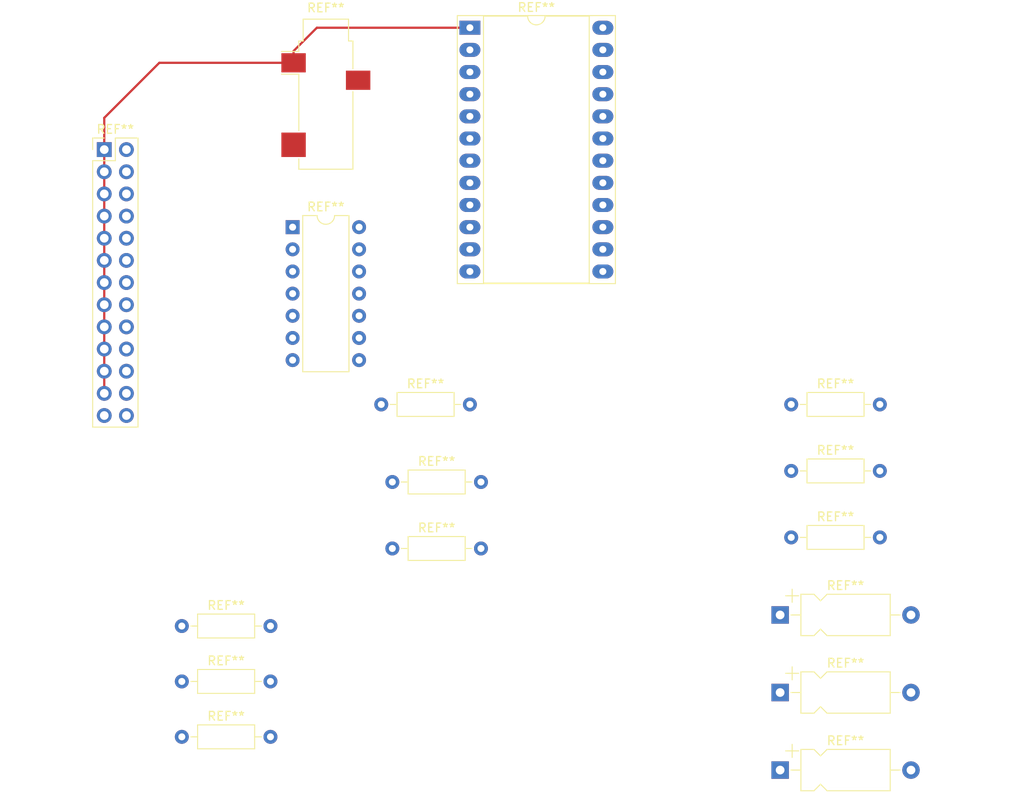
<source format=kicad_pcb>
(kicad_pcb (version 20171130) (host pcbnew "(5.1.0)-1")

  (general
    (thickness 1.6)
    (drawings 0)
    (tracks 9)
    (zones 0)
    (modules 16)
    (nets 1)
  )

  (page A4)
  (layers
    (0 F.Cu signal)
    (31 B.Cu signal)
    (32 B.Adhes user)
    (33 F.Adhes user)
    (34 B.Paste user)
    (35 F.Paste user)
    (36 B.SilkS user)
    (37 F.SilkS user)
    (38 B.Mask user)
    (39 F.Mask user)
    (40 Dwgs.User user)
    (41 Cmts.User user)
    (42 Eco1.User user)
    (43 Eco2.User user)
    (44 Edge.Cuts user)
    (45 Margin user)
    (46 B.CrtYd user)
    (47 F.CrtYd user)
    (48 B.Fab user)
    (49 F.Fab user)
  )

  (setup
    (last_trace_width 0.25)
    (trace_clearance 0.2)
    (zone_clearance 0.508)
    (zone_45_only no)
    (trace_min 0.2)
    (via_size 0.8)
    (via_drill 0.4)
    (via_min_size 0.4)
    (via_min_drill 0.3)
    (uvia_size 0.3)
    (uvia_drill 0.1)
    (uvias_allowed no)
    (uvia_min_size 0.2)
    (uvia_min_drill 0.1)
    (edge_width 0.05)
    (segment_width 0.2)
    (pcb_text_width 0.3)
    (pcb_text_size 1.5 1.5)
    (mod_edge_width 0.12)
    (mod_text_size 1 1)
    (mod_text_width 0.15)
    (pad_size 1.524 1.524)
    (pad_drill 0.762)
    (pad_to_mask_clearance 0.051)
    (solder_mask_min_width 0.25)
    (aux_axis_origin 0 0)
    (visible_elements FFFFFF7F)
    (pcbplotparams
      (layerselection 0x010fc_ffffffff)
      (usegerberextensions false)
      (usegerberattributes false)
      (usegerberadvancedattributes false)
      (creategerberjobfile false)
      (excludeedgelayer true)
      (linewidth 0.100000)
      (plotframeref false)
      (viasonmask false)
      (mode 1)
      (useauxorigin false)
      (hpglpennumber 1)
      (hpglpenspeed 20)
      (hpglpendiameter 15.000000)
      (psnegative false)
      (psa4output false)
      (plotreference true)
      (plotvalue true)
      (plotinvisibletext false)
      (padsonsilk false)
      (subtractmaskfromsilk false)
      (outputformat 1)
      (mirror false)
      (drillshape 1)
      (scaleselection 1)
      (outputdirectory ""))
  )

  (net 0 "")

  (net_class Default "Ceci est la Netclass par défaut."
    (clearance 0.2)
    (trace_width 0.25)
    (via_dia 0.8)
    (via_drill 0.4)
    (uvia_dia 0.3)
    (uvia_drill 0.1)
  )

  (module Capacitor_THT:CP_Axial_L10.0mm_D4.5mm_P15.00mm_Horizontal (layer F.Cu) (tedit 5AE50EF2) (tstamp 5CBA3C4E)
    (at 113.03 120.65)
    (descr "CP, Axial series, Axial, Horizontal, pin pitch=15mm, , length*diameter=10*4.5mm^2, Electrolytic Capacitor, , http://www.vishay.com/docs/28325/021asm.pdf")
    (tags "CP Axial series Axial Horizontal pin pitch 15mm  length 10mm diameter 4.5mm Electrolytic Capacitor")
    (fp_text reference REF** (at 7.5 -3.37) (layer F.SilkS)
      (effects (font (size 1 1) (thickness 0.15)))
    )
    (fp_text value CP_Axial_L10.0mm_D4.5mm_P15.00mm_Horizontal (at 7.5 3.37) (layer F.Fab)
      (effects (font (size 1 1) (thickness 0.15)))
    )
    (fp_text user %R (at 7.5 0) (layer F.Fab)
      (effects (font (size 1 1) (thickness 0.15)))
    )
    (fp_line (start 16.25 -2.5) (end -1.25 -2.5) (layer F.CrtYd) (width 0.05))
    (fp_line (start 16.25 2.5) (end 16.25 -2.5) (layer F.CrtYd) (width 0.05))
    (fp_line (start -1.25 2.5) (end 16.25 2.5) (layer F.CrtYd) (width 0.05))
    (fp_line (start -1.25 -2.5) (end -1.25 2.5) (layer F.CrtYd) (width 0.05))
    (fp_line (start 13.76 0) (end 12.62 0) (layer F.SilkS) (width 0.12))
    (fp_line (start 1.24 0) (end 2.38 0) (layer F.SilkS) (width 0.12))
    (fp_line (start 5.38 2.37) (end 12.62 2.37) (layer F.SilkS) (width 0.12))
    (fp_line (start 4.63 1.62) (end 5.38 2.37) (layer F.SilkS) (width 0.12))
    (fp_line (start 3.88 2.37) (end 4.63 1.62) (layer F.SilkS) (width 0.12))
    (fp_line (start 2.38 2.37) (end 3.88 2.37) (layer F.SilkS) (width 0.12))
    (fp_line (start 5.38 -2.37) (end 12.62 -2.37) (layer F.SilkS) (width 0.12))
    (fp_line (start 4.63 -1.62) (end 5.38 -2.37) (layer F.SilkS) (width 0.12))
    (fp_line (start 3.88 -2.37) (end 4.63 -1.62) (layer F.SilkS) (width 0.12))
    (fp_line (start 2.38 -2.37) (end 3.88 -2.37) (layer F.SilkS) (width 0.12))
    (fp_line (start 12.62 -2.37) (end 12.62 2.37) (layer F.SilkS) (width 0.12))
    (fp_line (start 2.38 -2.37) (end 2.38 2.37) (layer F.SilkS) (width 0.12))
    (fp_line (start 1.38 -2.95) (end 1.38 -1.45) (layer F.SilkS) (width 0.12))
    (fp_line (start 0.63 -2.2) (end 2.13 -2.2) (layer F.SilkS) (width 0.12))
    (fp_line (start 4.65 -0.75) (end 4.65 0.75) (layer F.Fab) (width 0.1))
    (fp_line (start 3.9 0) (end 5.4 0) (layer F.Fab) (width 0.1))
    (fp_line (start 15 0) (end 12.5 0) (layer F.Fab) (width 0.1))
    (fp_line (start 0 0) (end 2.5 0) (layer F.Fab) (width 0.1))
    (fp_line (start 5.38 2.25) (end 12.5 2.25) (layer F.Fab) (width 0.1))
    (fp_line (start 4.63 1.5) (end 5.38 2.25) (layer F.Fab) (width 0.1))
    (fp_line (start 3.88 2.25) (end 4.63 1.5) (layer F.Fab) (width 0.1))
    (fp_line (start 2.5 2.25) (end 3.88 2.25) (layer F.Fab) (width 0.1))
    (fp_line (start 5.38 -2.25) (end 12.5 -2.25) (layer F.Fab) (width 0.1))
    (fp_line (start 4.63 -1.5) (end 5.38 -2.25) (layer F.Fab) (width 0.1))
    (fp_line (start 3.88 -2.25) (end 4.63 -1.5) (layer F.Fab) (width 0.1))
    (fp_line (start 2.5 -2.25) (end 3.88 -2.25) (layer F.Fab) (width 0.1))
    (fp_line (start 12.5 -2.25) (end 12.5 2.25) (layer F.Fab) (width 0.1))
    (fp_line (start 2.5 -2.25) (end 2.5 2.25) (layer F.Fab) (width 0.1))
    (pad 2 thru_hole oval (at 15 0) (size 2 2) (drill 1) (layers *.Cu *.Mask))
    (pad 1 thru_hole rect (at 0 0) (size 2 2) (drill 1) (layers *.Cu *.Mask))
    (model ${KISYS3DMOD}/Capacitor_THT.3dshapes/CP_Axial_L10.0mm_D4.5mm_P15.00mm_Horizontal.wrl
      (at (xyz 0 0 0))
      (scale (xyz 1 1 1))
      (rotate (xyz 0 0 0))
    )
  )

  (module Capacitor_THT:CP_Axial_L10.0mm_D4.5mm_P15.00mm_Horizontal (layer F.Cu) (tedit 5AE50EF2) (tstamp 5CBA3B8F)
    (at 113.03 111.76)
    (descr "CP, Axial series, Axial, Horizontal, pin pitch=15mm, , length*diameter=10*4.5mm^2, Electrolytic Capacitor, , http://www.vishay.com/docs/28325/021asm.pdf")
    (tags "CP Axial series Axial Horizontal pin pitch 15mm  length 10mm diameter 4.5mm Electrolytic Capacitor")
    (fp_text reference REF** (at 7.5 -3.37) (layer F.SilkS)
      (effects (font (size 1 1) (thickness 0.15)))
    )
    (fp_text value CP_Axial_L10.0mm_D4.5mm_P15.00mm_Horizontal (at 7.5 3.37) (layer F.Fab)
      (effects (font (size 1 1) (thickness 0.15)))
    )
    (fp_text user %R (at 7.5 0) (layer F.Fab)
      (effects (font (size 1 1) (thickness 0.15)))
    )
    (fp_line (start 16.25 -2.5) (end -1.25 -2.5) (layer F.CrtYd) (width 0.05))
    (fp_line (start 16.25 2.5) (end 16.25 -2.5) (layer F.CrtYd) (width 0.05))
    (fp_line (start -1.25 2.5) (end 16.25 2.5) (layer F.CrtYd) (width 0.05))
    (fp_line (start -1.25 -2.5) (end -1.25 2.5) (layer F.CrtYd) (width 0.05))
    (fp_line (start 13.76 0) (end 12.62 0) (layer F.SilkS) (width 0.12))
    (fp_line (start 1.24 0) (end 2.38 0) (layer F.SilkS) (width 0.12))
    (fp_line (start 5.38 2.37) (end 12.62 2.37) (layer F.SilkS) (width 0.12))
    (fp_line (start 4.63 1.62) (end 5.38 2.37) (layer F.SilkS) (width 0.12))
    (fp_line (start 3.88 2.37) (end 4.63 1.62) (layer F.SilkS) (width 0.12))
    (fp_line (start 2.38 2.37) (end 3.88 2.37) (layer F.SilkS) (width 0.12))
    (fp_line (start 5.38 -2.37) (end 12.62 -2.37) (layer F.SilkS) (width 0.12))
    (fp_line (start 4.63 -1.62) (end 5.38 -2.37) (layer F.SilkS) (width 0.12))
    (fp_line (start 3.88 -2.37) (end 4.63 -1.62) (layer F.SilkS) (width 0.12))
    (fp_line (start 2.38 -2.37) (end 3.88 -2.37) (layer F.SilkS) (width 0.12))
    (fp_line (start 12.62 -2.37) (end 12.62 2.37) (layer F.SilkS) (width 0.12))
    (fp_line (start 2.38 -2.37) (end 2.38 2.37) (layer F.SilkS) (width 0.12))
    (fp_line (start 1.38 -2.95) (end 1.38 -1.45) (layer F.SilkS) (width 0.12))
    (fp_line (start 0.63 -2.2) (end 2.13 -2.2) (layer F.SilkS) (width 0.12))
    (fp_line (start 4.65 -0.75) (end 4.65 0.75) (layer F.Fab) (width 0.1))
    (fp_line (start 3.9 0) (end 5.4 0) (layer F.Fab) (width 0.1))
    (fp_line (start 15 0) (end 12.5 0) (layer F.Fab) (width 0.1))
    (fp_line (start 0 0) (end 2.5 0) (layer F.Fab) (width 0.1))
    (fp_line (start 5.38 2.25) (end 12.5 2.25) (layer F.Fab) (width 0.1))
    (fp_line (start 4.63 1.5) (end 5.38 2.25) (layer F.Fab) (width 0.1))
    (fp_line (start 3.88 2.25) (end 4.63 1.5) (layer F.Fab) (width 0.1))
    (fp_line (start 2.5 2.25) (end 3.88 2.25) (layer F.Fab) (width 0.1))
    (fp_line (start 5.38 -2.25) (end 12.5 -2.25) (layer F.Fab) (width 0.1))
    (fp_line (start 4.63 -1.5) (end 5.38 -2.25) (layer F.Fab) (width 0.1))
    (fp_line (start 3.88 -2.25) (end 4.63 -1.5) (layer F.Fab) (width 0.1))
    (fp_line (start 2.5 -2.25) (end 3.88 -2.25) (layer F.Fab) (width 0.1))
    (fp_line (start 12.5 -2.25) (end 12.5 2.25) (layer F.Fab) (width 0.1))
    (fp_line (start 2.5 -2.25) (end 2.5 2.25) (layer F.Fab) (width 0.1))
    (pad 2 thru_hole oval (at 15 0) (size 2 2) (drill 1) (layers *.Cu *.Mask))
    (pad 1 thru_hole rect (at 0 0) (size 2 2) (drill 1) (layers *.Cu *.Mask))
    (model ${KISYS3DMOD}/Capacitor_THT.3dshapes/CP_Axial_L10.0mm_D4.5mm_P15.00mm_Horizontal.wrl
      (at (xyz 0 0 0))
      (scale (xyz 1 1 1))
      (rotate (xyz 0 0 0))
    )
  )

  (module Capacitor_THT:CP_Axial_L10.0mm_D4.5mm_P15.00mm_Horizontal (layer F.Cu) (tedit 5AE50EF2) (tstamp 5CBA3AD0)
    (at 113.03 102.87)
    (descr "CP, Axial series, Axial, Horizontal, pin pitch=15mm, , length*diameter=10*4.5mm^2, Electrolytic Capacitor, , http://www.vishay.com/docs/28325/021asm.pdf")
    (tags "CP Axial series Axial Horizontal pin pitch 15mm  length 10mm diameter 4.5mm Electrolytic Capacitor")
    (fp_text reference REF** (at 7.5 -3.37) (layer F.SilkS)
      (effects (font (size 1 1) (thickness 0.15)))
    )
    (fp_text value CP_Axial_L10.0mm_D4.5mm_P15.00mm_Horizontal (at 7.5 3.37) (layer F.Fab)
      (effects (font (size 1 1) (thickness 0.15)))
    )
    (fp_text user %R (at 7.5 0) (layer F.Fab)
      (effects (font (size 1 1) (thickness 0.15)))
    )
    (fp_line (start 16.25 -2.5) (end -1.25 -2.5) (layer F.CrtYd) (width 0.05))
    (fp_line (start 16.25 2.5) (end 16.25 -2.5) (layer F.CrtYd) (width 0.05))
    (fp_line (start -1.25 2.5) (end 16.25 2.5) (layer F.CrtYd) (width 0.05))
    (fp_line (start -1.25 -2.5) (end -1.25 2.5) (layer F.CrtYd) (width 0.05))
    (fp_line (start 13.76 0) (end 12.62 0) (layer F.SilkS) (width 0.12))
    (fp_line (start 1.24 0) (end 2.38 0) (layer F.SilkS) (width 0.12))
    (fp_line (start 5.38 2.37) (end 12.62 2.37) (layer F.SilkS) (width 0.12))
    (fp_line (start 4.63 1.62) (end 5.38 2.37) (layer F.SilkS) (width 0.12))
    (fp_line (start 3.88 2.37) (end 4.63 1.62) (layer F.SilkS) (width 0.12))
    (fp_line (start 2.38 2.37) (end 3.88 2.37) (layer F.SilkS) (width 0.12))
    (fp_line (start 5.38 -2.37) (end 12.62 -2.37) (layer F.SilkS) (width 0.12))
    (fp_line (start 4.63 -1.62) (end 5.38 -2.37) (layer F.SilkS) (width 0.12))
    (fp_line (start 3.88 -2.37) (end 4.63 -1.62) (layer F.SilkS) (width 0.12))
    (fp_line (start 2.38 -2.37) (end 3.88 -2.37) (layer F.SilkS) (width 0.12))
    (fp_line (start 12.62 -2.37) (end 12.62 2.37) (layer F.SilkS) (width 0.12))
    (fp_line (start 2.38 -2.37) (end 2.38 2.37) (layer F.SilkS) (width 0.12))
    (fp_line (start 1.38 -2.95) (end 1.38 -1.45) (layer F.SilkS) (width 0.12))
    (fp_line (start 0.63 -2.2) (end 2.13 -2.2) (layer F.SilkS) (width 0.12))
    (fp_line (start 4.65 -0.75) (end 4.65 0.75) (layer F.Fab) (width 0.1))
    (fp_line (start 3.9 0) (end 5.4 0) (layer F.Fab) (width 0.1))
    (fp_line (start 15 0) (end 12.5 0) (layer F.Fab) (width 0.1))
    (fp_line (start 0 0) (end 2.5 0) (layer F.Fab) (width 0.1))
    (fp_line (start 5.38 2.25) (end 12.5 2.25) (layer F.Fab) (width 0.1))
    (fp_line (start 4.63 1.5) (end 5.38 2.25) (layer F.Fab) (width 0.1))
    (fp_line (start 3.88 2.25) (end 4.63 1.5) (layer F.Fab) (width 0.1))
    (fp_line (start 2.5 2.25) (end 3.88 2.25) (layer F.Fab) (width 0.1))
    (fp_line (start 5.38 -2.25) (end 12.5 -2.25) (layer F.Fab) (width 0.1))
    (fp_line (start 4.63 -1.5) (end 5.38 -2.25) (layer F.Fab) (width 0.1))
    (fp_line (start 3.88 -2.25) (end 4.63 -1.5) (layer F.Fab) (width 0.1))
    (fp_line (start 2.5 -2.25) (end 3.88 -2.25) (layer F.Fab) (width 0.1))
    (fp_line (start 12.5 -2.25) (end 12.5 2.25) (layer F.Fab) (width 0.1))
    (fp_line (start 2.5 -2.25) (end 2.5 2.25) (layer F.Fab) (width 0.1))
    (pad 2 thru_hole oval (at 15 0) (size 2 2) (drill 1) (layers *.Cu *.Mask))
    (pad 1 thru_hole rect (at 0 0) (size 2 2) (drill 1) (layers *.Cu *.Mask))
    (model ${KISYS3DMOD}/Capacitor_THT.3dshapes/CP_Axial_L10.0mm_D4.5mm_P15.00mm_Horizontal.wrl
      (at (xyz 0 0 0))
      (scale (xyz 1 1 1))
      (rotate (xyz 0 0 0))
    )
  )

  (module Resistor_THT:R_Axial_DIN0207_L6.3mm_D2.5mm_P10.16mm_Horizontal (layer F.Cu) (tedit 5AE5139B) (tstamp 5CBA362E)
    (at 114.3 93.98)
    (descr "Resistor, Axial_DIN0207 series, Axial, Horizontal, pin pitch=10.16mm, 0.25W = 1/4W, length*diameter=6.3*2.5mm^2, http://cdn-reichelt.de/documents/datenblatt/B400/1_4W%23YAG.pdf")
    (tags "Resistor Axial_DIN0207 series Axial Horizontal pin pitch 10.16mm 0.25W = 1/4W length 6.3mm diameter 2.5mm")
    (fp_text reference REF** (at 5.08 -2.37) (layer F.SilkS)
      (effects (font (size 1 1) (thickness 0.15)))
    )
    (fp_text value R_Axial_DIN0207_L6.3mm_D2.5mm_P10.16mm_Horizontal (at 5.08 2.37) (layer F.Fab)
      (effects (font (size 1 1) (thickness 0.15)))
    )
    (fp_text user %R (at 5.08 0) (layer F.Fab)
      (effects (font (size 1 1) (thickness 0.15)))
    )
    (fp_line (start 11.21 -1.5) (end -1.05 -1.5) (layer F.CrtYd) (width 0.05))
    (fp_line (start 11.21 1.5) (end 11.21 -1.5) (layer F.CrtYd) (width 0.05))
    (fp_line (start -1.05 1.5) (end 11.21 1.5) (layer F.CrtYd) (width 0.05))
    (fp_line (start -1.05 -1.5) (end -1.05 1.5) (layer F.CrtYd) (width 0.05))
    (fp_line (start 9.12 0) (end 8.35 0) (layer F.SilkS) (width 0.12))
    (fp_line (start 1.04 0) (end 1.81 0) (layer F.SilkS) (width 0.12))
    (fp_line (start 8.35 -1.37) (end 1.81 -1.37) (layer F.SilkS) (width 0.12))
    (fp_line (start 8.35 1.37) (end 8.35 -1.37) (layer F.SilkS) (width 0.12))
    (fp_line (start 1.81 1.37) (end 8.35 1.37) (layer F.SilkS) (width 0.12))
    (fp_line (start 1.81 -1.37) (end 1.81 1.37) (layer F.SilkS) (width 0.12))
    (fp_line (start 10.16 0) (end 8.23 0) (layer F.Fab) (width 0.1))
    (fp_line (start 0 0) (end 1.93 0) (layer F.Fab) (width 0.1))
    (fp_line (start 8.23 -1.25) (end 1.93 -1.25) (layer F.Fab) (width 0.1))
    (fp_line (start 8.23 1.25) (end 8.23 -1.25) (layer F.Fab) (width 0.1))
    (fp_line (start 1.93 1.25) (end 8.23 1.25) (layer F.Fab) (width 0.1))
    (fp_line (start 1.93 -1.25) (end 1.93 1.25) (layer F.Fab) (width 0.1))
    (pad 2 thru_hole oval (at 10.16 0) (size 1.6 1.6) (drill 0.8) (layers *.Cu *.Mask))
    (pad 1 thru_hole circle (at 0 0) (size 1.6 1.6) (drill 0.8) (layers *.Cu *.Mask))
    (model ${KISYS3DMOD}/Resistor_THT.3dshapes/R_Axial_DIN0207_L6.3mm_D2.5mm_P10.16mm_Horizontal.wrl
      (at (xyz 0 0 0))
      (scale (xyz 1 1 1))
      (rotate (xyz 0 0 0))
    )
  )

  (module Resistor_THT:R_Axial_DIN0207_L6.3mm_D2.5mm_P10.16mm_Horizontal (layer F.Cu) (tedit 5AE5139B) (tstamp 5CBA35BF)
    (at 114.3 86.36)
    (descr "Resistor, Axial_DIN0207 series, Axial, Horizontal, pin pitch=10.16mm, 0.25W = 1/4W, length*diameter=6.3*2.5mm^2, http://cdn-reichelt.de/documents/datenblatt/B400/1_4W%23YAG.pdf")
    (tags "Resistor Axial_DIN0207 series Axial Horizontal pin pitch 10.16mm 0.25W = 1/4W length 6.3mm diameter 2.5mm")
    (fp_text reference REF** (at 5.08 -2.37) (layer F.SilkS)
      (effects (font (size 1 1) (thickness 0.15)))
    )
    (fp_text value R_Axial_DIN0207_L6.3mm_D2.5mm_P10.16mm_Horizontal (at 5.08 2.37) (layer F.Fab)
      (effects (font (size 1 1) (thickness 0.15)))
    )
    (fp_text user %R (at 5.08 0) (layer F.Fab)
      (effects (font (size 1 1) (thickness 0.15)))
    )
    (fp_line (start 11.21 -1.5) (end -1.05 -1.5) (layer F.CrtYd) (width 0.05))
    (fp_line (start 11.21 1.5) (end 11.21 -1.5) (layer F.CrtYd) (width 0.05))
    (fp_line (start -1.05 1.5) (end 11.21 1.5) (layer F.CrtYd) (width 0.05))
    (fp_line (start -1.05 -1.5) (end -1.05 1.5) (layer F.CrtYd) (width 0.05))
    (fp_line (start 9.12 0) (end 8.35 0) (layer F.SilkS) (width 0.12))
    (fp_line (start 1.04 0) (end 1.81 0) (layer F.SilkS) (width 0.12))
    (fp_line (start 8.35 -1.37) (end 1.81 -1.37) (layer F.SilkS) (width 0.12))
    (fp_line (start 8.35 1.37) (end 8.35 -1.37) (layer F.SilkS) (width 0.12))
    (fp_line (start 1.81 1.37) (end 8.35 1.37) (layer F.SilkS) (width 0.12))
    (fp_line (start 1.81 -1.37) (end 1.81 1.37) (layer F.SilkS) (width 0.12))
    (fp_line (start 10.16 0) (end 8.23 0) (layer F.Fab) (width 0.1))
    (fp_line (start 0 0) (end 1.93 0) (layer F.Fab) (width 0.1))
    (fp_line (start 8.23 -1.25) (end 1.93 -1.25) (layer F.Fab) (width 0.1))
    (fp_line (start 8.23 1.25) (end 8.23 -1.25) (layer F.Fab) (width 0.1))
    (fp_line (start 1.93 1.25) (end 8.23 1.25) (layer F.Fab) (width 0.1))
    (fp_line (start 1.93 -1.25) (end 1.93 1.25) (layer F.Fab) (width 0.1))
    (pad 2 thru_hole oval (at 10.16 0) (size 1.6 1.6) (drill 0.8) (layers *.Cu *.Mask))
    (pad 1 thru_hole circle (at 0 0) (size 1.6 1.6) (drill 0.8) (layers *.Cu *.Mask))
    (model ${KISYS3DMOD}/Resistor_THT.3dshapes/R_Axial_DIN0207_L6.3mm_D2.5mm_P10.16mm_Horizontal.wrl
      (at (xyz 0 0 0))
      (scale (xyz 1 1 1))
      (rotate (xyz 0 0 0))
    )
  )

  (module Resistor_THT:R_Axial_DIN0207_L6.3mm_D2.5mm_P10.16mm_Horizontal (layer F.Cu) (tedit 5AE5139B) (tstamp 5CBA3550)
    (at 114.3 78.74)
    (descr "Resistor, Axial_DIN0207 series, Axial, Horizontal, pin pitch=10.16mm, 0.25W = 1/4W, length*diameter=6.3*2.5mm^2, http://cdn-reichelt.de/documents/datenblatt/B400/1_4W%23YAG.pdf")
    (tags "Resistor Axial_DIN0207 series Axial Horizontal pin pitch 10.16mm 0.25W = 1/4W length 6.3mm diameter 2.5mm")
    (fp_text reference REF** (at 5.08 -2.37) (layer F.SilkS)
      (effects (font (size 1 1) (thickness 0.15)))
    )
    (fp_text value R_Axial_DIN0207_L6.3mm_D2.5mm_P10.16mm_Horizontal (at 5.08 2.37) (layer F.Fab)
      (effects (font (size 1 1) (thickness 0.15)))
    )
    (fp_text user %R (at 5.08 0) (layer F.Fab)
      (effects (font (size 1 1) (thickness 0.15)))
    )
    (fp_line (start 11.21 -1.5) (end -1.05 -1.5) (layer F.CrtYd) (width 0.05))
    (fp_line (start 11.21 1.5) (end 11.21 -1.5) (layer F.CrtYd) (width 0.05))
    (fp_line (start -1.05 1.5) (end 11.21 1.5) (layer F.CrtYd) (width 0.05))
    (fp_line (start -1.05 -1.5) (end -1.05 1.5) (layer F.CrtYd) (width 0.05))
    (fp_line (start 9.12 0) (end 8.35 0) (layer F.SilkS) (width 0.12))
    (fp_line (start 1.04 0) (end 1.81 0) (layer F.SilkS) (width 0.12))
    (fp_line (start 8.35 -1.37) (end 1.81 -1.37) (layer F.SilkS) (width 0.12))
    (fp_line (start 8.35 1.37) (end 8.35 -1.37) (layer F.SilkS) (width 0.12))
    (fp_line (start 1.81 1.37) (end 8.35 1.37) (layer F.SilkS) (width 0.12))
    (fp_line (start 1.81 -1.37) (end 1.81 1.37) (layer F.SilkS) (width 0.12))
    (fp_line (start 10.16 0) (end 8.23 0) (layer F.Fab) (width 0.1))
    (fp_line (start 0 0) (end 1.93 0) (layer F.Fab) (width 0.1))
    (fp_line (start 8.23 -1.25) (end 1.93 -1.25) (layer F.Fab) (width 0.1))
    (fp_line (start 8.23 1.25) (end 8.23 -1.25) (layer F.Fab) (width 0.1))
    (fp_line (start 1.93 1.25) (end 8.23 1.25) (layer F.Fab) (width 0.1))
    (fp_line (start 1.93 -1.25) (end 1.93 1.25) (layer F.Fab) (width 0.1))
    (pad 2 thru_hole oval (at 10.16 0) (size 1.6 1.6) (drill 0.8) (layers *.Cu *.Mask))
    (pad 1 thru_hole circle (at 0 0) (size 1.6 1.6) (drill 0.8) (layers *.Cu *.Mask))
    (model ${KISYS3DMOD}/Resistor_THT.3dshapes/R_Axial_DIN0207_L6.3mm_D2.5mm_P10.16mm_Horizontal.wrl
      (at (xyz 0 0 0))
      (scale (xyz 1 1 1))
      (rotate (xyz 0 0 0))
    )
  )

  (module Resistor_THT:R_Axial_DIN0207_L6.3mm_D2.5mm_P10.16mm_Horizontal (layer F.Cu) (tedit 5AE5139B) (tstamp 5CBA34E1)
    (at 44.45 116.84)
    (descr "Resistor, Axial_DIN0207 series, Axial, Horizontal, pin pitch=10.16mm, 0.25W = 1/4W, length*diameter=6.3*2.5mm^2, http://cdn-reichelt.de/documents/datenblatt/B400/1_4W%23YAG.pdf")
    (tags "Resistor Axial_DIN0207 series Axial Horizontal pin pitch 10.16mm 0.25W = 1/4W length 6.3mm diameter 2.5mm")
    (fp_text reference REF** (at 5.08 -2.37) (layer F.SilkS)
      (effects (font (size 1 1) (thickness 0.15)))
    )
    (fp_text value R_Axial_DIN0207_L6.3mm_D2.5mm_P10.16mm_Horizontal (at 5.08 2.37) (layer F.Fab)
      (effects (font (size 1 1) (thickness 0.15)))
    )
    (fp_text user %R (at 5.08 0) (layer F.Fab)
      (effects (font (size 1 1) (thickness 0.15)))
    )
    (fp_line (start 11.21 -1.5) (end -1.05 -1.5) (layer F.CrtYd) (width 0.05))
    (fp_line (start 11.21 1.5) (end 11.21 -1.5) (layer F.CrtYd) (width 0.05))
    (fp_line (start -1.05 1.5) (end 11.21 1.5) (layer F.CrtYd) (width 0.05))
    (fp_line (start -1.05 -1.5) (end -1.05 1.5) (layer F.CrtYd) (width 0.05))
    (fp_line (start 9.12 0) (end 8.35 0) (layer F.SilkS) (width 0.12))
    (fp_line (start 1.04 0) (end 1.81 0) (layer F.SilkS) (width 0.12))
    (fp_line (start 8.35 -1.37) (end 1.81 -1.37) (layer F.SilkS) (width 0.12))
    (fp_line (start 8.35 1.37) (end 8.35 -1.37) (layer F.SilkS) (width 0.12))
    (fp_line (start 1.81 1.37) (end 8.35 1.37) (layer F.SilkS) (width 0.12))
    (fp_line (start 1.81 -1.37) (end 1.81 1.37) (layer F.SilkS) (width 0.12))
    (fp_line (start 10.16 0) (end 8.23 0) (layer F.Fab) (width 0.1))
    (fp_line (start 0 0) (end 1.93 0) (layer F.Fab) (width 0.1))
    (fp_line (start 8.23 -1.25) (end 1.93 -1.25) (layer F.Fab) (width 0.1))
    (fp_line (start 8.23 1.25) (end 8.23 -1.25) (layer F.Fab) (width 0.1))
    (fp_line (start 1.93 1.25) (end 8.23 1.25) (layer F.Fab) (width 0.1))
    (fp_line (start 1.93 -1.25) (end 1.93 1.25) (layer F.Fab) (width 0.1))
    (pad 2 thru_hole oval (at 10.16 0) (size 1.6 1.6) (drill 0.8) (layers *.Cu *.Mask))
    (pad 1 thru_hole circle (at 0 0) (size 1.6 1.6) (drill 0.8) (layers *.Cu *.Mask))
    (model ${KISYS3DMOD}/Resistor_THT.3dshapes/R_Axial_DIN0207_L6.3mm_D2.5mm_P10.16mm_Horizontal.wrl
      (at (xyz 0 0 0))
      (scale (xyz 1 1 1))
      (rotate (xyz 0 0 0))
    )
  )

  (module Resistor_THT:R_Axial_DIN0207_L6.3mm_D2.5mm_P10.16mm_Horizontal (layer F.Cu) (tedit 5AE5139B) (tstamp 5CBA3472)
    (at 44.45 110.49)
    (descr "Resistor, Axial_DIN0207 series, Axial, Horizontal, pin pitch=10.16mm, 0.25W = 1/4W, length*diameter=6.3*2.5mm^2, http://cdn-reichelt.de/documents/datenblatt/B400/1_4W%23YAG.pdf")
    (tags "Resistor Axial_DIN0207 series Axial Horizontal pin pitch 10.16mm 0.25W = 1/4W length 6.3mm diameter 2.5mm")
    (fp_text reference REF** (at 5.08 -2.37) (layer F.SilkS)
      (effects (font (size 1 1) (thickness 0.15)))
    )
    (fp_text value R_Axial_DIN0207_L6.3mm_D2.5mm_P10.16mm_Horizontal (at 5.08 2.37) (layer F.Fab)
      (effects (font (size 1 1) (thickness 0.15)))
    )
    (fp_text user %R (at 5.08 0) (layer F.Fab)
      (effects (font (size 1 1) (thickness 0.15)))
    )
    (fp_line (start 11.21 -1.5) (end -1.05 -1.5) (layer F.CrtYd) (width 0.05))
    (fp_line (start 11.21 1.5) (end 11.21 -1.5) (layer F.CrtYd) (width 0.05))
    (fp_line (start -1.05 1.5) (end 11.21 1.5) (layer F.CrtYd) (width 0.05))
    (fp_line (start -1.05 -1.5) (end -1.05 1.5) (layer F.CrtYd) (width 0.05))
    (fp_line (start 9.12 0) (end 8.35 0) (layer F.SilkS) (width 0.12))
    (fp_line (start 1.04 0) (end 1.81 0) (layer F.SilkS) (width 0.12))
    (fp_line (start 8.35 -1.37) (end 1.81 -1.37) (layer F.SilkS) (width 0.12))
    (fp_line (start 8.35 1.37) (end 8.35 -1.37) (layer F.SilkS) (width 0.12))
    (fp_line (start 1.81 1.37) (end 8.35 1.37) (layer F.SilkS) (width 0.12))
    (fp_line (start 1.81 -1.37) (end 1.81 1.37) (layer F.SilkS) (width 0.12))
    (fp_line (start 10.16 0) (end 8.23 0) (layer F.Fab) (width 0.1))
    (fp_line (start 0 0) (end 1.93 0) (layer F.Fab) (width 0.1))
    (fp_line (start 8.23 -1.25) (end 1.93 -1.25) (layer F.Fab) (width 0.1))
    (fp_line (start 8.23 1.25) (end 8.23 -1.25) (layer F.Fab) (width 0.1))
    (fp_line (start 1.93 1.25) (end 8.23 1.25) (layer F.Fab) (width 0.1))
    (fp_line (start 1.93 -1.25) (end 1.93 1.25) (layer F.Fab) (width 0.1))
    (pad 2 thru_hole oval (at 10.16 0) (size 1.6 1.6) (drill 0.8) (layers *.Cu *.Mask))
    (pad 1 thru_hole circle (at 0 0) (size 1.6 1.6) (drill 0.8) (layers *.Cu *.Mask))
    (model ${KISYS3DMOD}/Resistor_THT.3dshapes/R_Axial_DIN0207_L6.3mm_D2.5mm_P10.16mm_Horizontal.wrl
      (at (xyz 0 0 0))
      (scale (xyz 1 1 1))
      (rotate (xyz 0 0 0))
    )
  )

  (module Resistor_THT:R_Axial_DIN0207_L6.3mm_D2.5mm_P10.16mm_Horizontal (layer F.Cu) (tedit 5AE5139B) (tstamp 5CBA3403)
    (at 44.45 104.14)
    (descr "Resistor, Axial_DIN0207 series, Axial, Horizontal, pin pitch=10.16mm, 0.25W = 1/4W, length*diameter=6.3*2.5mm^2, http://cdn-reichelt.de/documents/datenblatt/B400/1_4W%23YAG.pdf")
    (tags "Resistor Axial_DIN0207 series Axial Horizontal pin pitch 10.16mm 0.25W = 1/4W length 6.3mm diameter 2.5mm")
    (fp_text reference REF** (at 5.08 -2.37) (layer F.SilkS)
      (effects (font (size 1 1) (thickness 0.15)))
    )
    (fp_text value R_Axial_DIN0207_L6.3mm_D2.5mm_P10.16mm_Horizontal (at 5.08 2.37) (layer F.Fab)
      (effects (font (size 1 1) (thickness 0.15)))
    )
    (fp_text user %R (at 5.08 0) (layer F.Fab)
      (effects (font (size 1 1) (thickness 0.15)))
    )
    (fp_line (start 11.21 -1.5) (end -1.05 -1.5) (layer F.CrtYd) (width 0.05))
    (fp_line (start 11.21 1.5) (end 11.21 -1.5) (layer F.CrtYd) (width 0.05))
    (fp_line (start -1.05 1.5) (end 11.21 1.5) (layer F.CrtYd) (width 0.05))
    (fp_line (start -1.05 -1.5) (end -1.05 1.5) (layer F.CrtYd) (width 0.05))
    (fp_line (start 9.12 0) (end 8.35 0) (layer F.SilkS) (width 0.12))
    (fp_line (start 1.04 0) (end 1.81 0) (layer F.SilkS) (width 0.12))
    (fp_line (start 8.35 -1.37) (end 1.81 -1.37) (layer F.SilkS) (width 0.12))
    (fp_line (start 8.35 1.37) (end 8.35 -1.37) (layer F.SilkS) (width 0.12))
    (fp_line (start 1.81 1.37) (end 8.35 1.37) (layer F.SilkS) (width 0.12))
    (fp_line (start 1.81 -1.37) (end 1.81 1.37) (layer F.SilkS) (width 0.12))
    (fp_line (start 10.16 0) (end 8.23 0) (layer F.Fab) (width 0.1))
    (fp_line (start 0 0) (end 1.93 0) (layer F.Fab) (width 0.1))
    (fp_line (start 8.23 -1.25) (end 1.93 -1.25) (layer F.Fab) (width 0.1))
    (fp_line (start 8.23 1.25) (end 8.23 -1.25) (layer F.Fab) (width 0.1))
    (fp_line (start 1.93 1.25) (end 8.23 1.25) (layer F.Fab) (width 0.1))
    (fp_line (start 1.93 -1.25) (end 1.93 1.25) (layer F.Fab) (width 0.1))
    (pad 2 thru_hole oval (at 10.16 0) (size 1.6 1.6) (drill 0.8) (layers *.Cu *.Mask))
    (pad 1 thru_hole circle (at 0 0) (size 1.6 1.6) (drill 0.8) (layers *.Cu *.Mask))
    (model ${KISYS3DMOD}/Resistor_THT.3dshapes/R_Axial_DIN0207_L6.3mm_D2.5mm_P10.16mm_Horizontal.wrl
      (at (xyz 0 0 0))
      (scale (xyz 1 1 1))
      (rotate (xyz 0 0 0))
    )
  )

  (module Resistor_THT:R_Axial_DIN0207_L6.3mm_D2.5mm_P10.16mm_Horizontal (layer F.Cu) (tedit 5AE5139B) (tstamp 5CBA33AA)
    (at 68.58 95.25)
    (descr "Resistor, Axial_DIN0207 series, Axial, Horizontal, pin pitch=10.16mm, 0.25W = 1/4W, length*diameter=6.3*2.5mm^2, http://cdn-reichelt.de/documents/datenblatt/B400/1_4W%23YAG.pdf")
    (tags "Resistor Axial_DIN0207 series Axial Horizontal pin pitch 10.16mm 0.25W = 1/4W length 6.3mm diameter 2.5mm")
    (fp_text reference REF** (at 5.08 -2.37) (layer F.SilkS)
      (effects (font (size 1 1) (thickness 0.15)))
    )
    (fp_text value R_Axial_DIN0207_L6.3mm_D2.5mm_P10.16mm_Horizontal (at 5.08 2.37) (layer F.Fab)
      (effects (font (size 1 1) (thickness 0.15)))
    )
    (fp_text user %R (at 5.08 0) (layer F.Fab)
      (effects (font (size 1 1) (thickness 0.15)))
    )
    (fp_line (start 11.21 -1.5) (end -1.05 -1.5) (layer F.CrtYd) (width 0.05))
    (fp_line (start 11.21 1.5) (end 11.21 -1.5) (layer F.CrtYd) (width 0.05))
    (fp_line (start -1.05 1.5) (end 11.21 1.5) (layer F.CrtYd) (width 0.05))
    (fp_line (start -1.05 -1.5) (end -1.05 1.5) (layer F.CrtYd) (width 0.05))
    (fp_line (start 9.12 0) (end 8.35 0) (layer F.SilkS) (width 0.12))
    (fp_line (start 1.04 0) (end 1.81 0) (layer F.SilkS) (width 0.12))
    (fp_line (start 8.35 -1.37) (end 1.81 -1.37) (layer F.SilkS) (width 0.12))
    (fp_line (start 8.35 1.37) (end 8.35 -1.37) (layer F.SilkS) (width 0.12))
    (fp_line (start 1.81 1.37) (end 8.35 1.37) (layer F.SilkS) (width 0.12))
    (fp_line (start 1.81 -1.37) (end 1.81 1.37) (layer F.SilkS) (width 0.12))
    (fp_line (start 10.16 0) (end 8.23 0) (layer F.Fab) (width 0.1))
    (fp_line (start 0 0) (end 1.93 0) (layer F.Fab) (width 0.1))
    (fp_line (start 8.23 -1.25) (end 1.93 -1.25) (layer F.Fab) (width 0.1))
    (fp_line (start 8.23 1.25) (end 8.23 -1.25) (layer F.Fab) (width 0.1))
    (fp_line (start 1.93 1.25) (end 8.23 1.25) (layer F.Fab) (width 0.1))
    (fp_line (start 1.93 -1.25) (end 1.93 1.25) (layer F.Fab) (width 0.1))
    (pad 2 thru_hole oval (at 10.16 0) (size 1.6 1.6) (drill 0.8) (layers *.Cu *.Mask))
    (pad 1 thru_hole circle (at 0 0) (size 1.6 1.6) (drill 0.8) (layers *.Cu *.Mask))
    (model ${KISYS3DMOD}/Resistor_THT.3dshapes/R_Axial_DIN0207_L6.3mm_D2.5mm_P10.16mm_Horizontal.wrl
      (at (xyz 0 0 0))
      (scale (xyz 1 1 1))
      (rotate (xyz 0 0 0))
    )
  )

  (module Resistor_THT:R_Axial_DIN0207_L6.3mm_D2.5mm_P10.16mm_Horizontal (layer F.Cu) (tedit 5AE5139B) (tstamp 5CBA333B)
    (at 68.58 87.63)
    (descr "Resistor, Axial_DIN0207 series, Axial, Horizontal, pin pitch=10.16mm, 0.25W = 1/4W, length*diameter=6.3*2.5mm^2, http://cdn-reichelt.de/documents/datenblatt/B400/1_4W%23YAG.pdf")
    (tags "Resistor Axial_DIN0207 series Axial Horizontal pin pitch 10.16mm 0.25W = 1/4W length 6.3mm diameter 2.5mm")
    (fp_text reference REF** (at 5.08 -2.37) (layer F.SilkS)
      (effects (font (size 1 1) (thickness 0.15)))
    )
    (fp_text value R_Axial_DIN0207_L6.3mm_D2.5mm_P10.16mm_Horizontal (at 5.08 2.37) (layer F.Fab)
      (effects (font (size 1 1) (thickness 0.15)))
    )
    (fp_text user %R (at 5.08 0) (layer F.Fab)
      (effects (font (size 1 1) (thickness 0.15)))
    )
    (fp_line (start 11.21 -1.5) (end -1.05 -1.5) (layer F.CrtYd) (width 0.05))
    (fp_line (start 11.21 1.5) (end 11.21 -1.5) (layer F.CrtYd) (width 0.05))
    (fp_line (start -1.05 1.5) (end 11.21 1.5) (layer F.CrtYd) (width 0.05))
    (fp_line (start -1.05 -1.5) (end -1.05 1.5) (layer F.CrtYd) (width 0.05))
    (fp_line (start 9.12 0) (end 8.35 0) (layer F.SilkS) (width 0.12))
    (fp_line (start 1.04 0) (end 1.81 0) (layer F.SilkS) (width 0.12))
    (fp_line (start 8.35 -1.37) (end 1.81 -1.37) (layer F.SilkS) (width 0.12))
    (fp_line (start 8.35 1.37) (end 8.35 -1.37) (layer F.SilkS) (width 0.12))
    (fp_line (start 1.81 1.37) (end 8.35 1.37) (layer F.SilkS) (width 0.12))
    (fp_line (start 1.81 -1.37) (end 1.81 1.37) (layer F.SilkS) (width 0.12))
    (fp_line (start 10.16 0) (end 8.23 0) (layer F.Fab) (width 0.1))
    (fp_line (start 0 0) (end 1.93 0) (layer F.Fab) (width 0.1))
    (fp_line (start 8.23 -1.25) (end 1.93 -1.25) (layer F.Fab) (width 0.1))
    (fp_line (start 8.23 1.25) (end 8.23 -1.25) (layer F.Fab) (width 0.1))
    (fp_line (start 1.93 1.25) (end 8.23 1.25) (layer F.Fab) (width 0.1))
    (fp_line (start 1.93 -1.25) (end 1.93 1.25) (layer F.Fab) (width 0.1))
    (pad 2 thru_hole oval (at 10.16 0) (size 1.6 1.6) (drill 0.8) (layers *.Cu *.Mask))
    (pad 1 thru_hole circle (at 0 0) (size 1.6 1.6) (drill 0.8) (layers *.Cu *.Mask))
    (model ${KISYS3DMOD}/Resistor_THT.3dshapes/R_Axial_DIN0207_L6.3mm_D2.5mm_P10.16mm_Horizontal.wrl
      (at (xyz 0 0 0))
      (scale (xyz 1 1 1))
      (rotate (xyz 0 0 0))
    )
  )

  (module Resistor_THT:R_Axial_DIN0207_L6.3mm_D2.5mm_P10.16mm_Horizontal (layer F.Cu) (tedit 5AE5139B) (tstamp 5CBA32CC)
    (at 67.31 78.74)
    (descr "Resistor, Axial_DIN0207 series, Axial, Horizontal, pin pitch=10.16mm, 0.25W = 1/4W, length*diameter=6.3*2.5mm^2, http://cdn-reichelt.de/documents/datenblatt/B400/1_4W%23YAG.pdf")
    (tags "Resistor Axial_DIN0207 series Axial Horizontal pin pitch 10.16mm 0.25W = 1/4W length 6.3mm diameter 2.5mm")
    (fp_text reference REF** (at 5.08 -2.37) (layer F.SilkS)
      (effects (font (size 1 1) (thickness 0.15)))
    )
    (fp_text value R_Axial_DIN0207_L6.3mm_D2.5mm_P10.16mm_Horizontal (at 5.08 2.37) (layer F.Fab)
      (effects (font (size 1 1) (thickness 0.15)))
    )
    (fp_text user %R (at 5.08 0) (layer F.Fab)
      (effects (font (size 1 1) (thickness 0.15)))
    )
    (fp_line (start 11.21 -1.5) (end -1.05 -1.5) (layer F.CrtYd) (width 0.05))
    (fp_line (start 11.21 1.5) (end 11.21 -1.5) (layer F.CrtYd) (width 0.05))
    (fp_line (start -1.05 1.5) (end 11.21 1.5) (layer F.CrtYd) (width 0.05))
    (fp_line (start -1.05 -1.5) (end -1.05 1.5) (layer F.CrtYd) (width 0.05))
    (fp_line (start 9.12 0) (end 8.35 0) (layer F.SilkS) (width 0.12))
    (fp_line (start 1.04 0) (end 1.81 0) (layer F.SilkS) (width 0.12))
    (fp_line (start 8.35 -1.37) (end 1.81 -1.37) (layer F.SilkS) (width 0.12))
    (fp_line (start 8.35 1.37) (end 8.35 -1.37) (layer F.SilkS) (width 0.12))
    (fp_line (start 1.81 1.37) (end 8.35 1.37) (layer F.SilkS) (width 0.12))
    (fp_line (start 1.81 -1.37) (end 1.81 1.37) (layer F.SilkS) (width 0.12))
    (fp_line (start 10.16 0) (end 8.23 0) (layer F.Fab) (width 0.1))
    (fp_line (start 0 0) (end 1.93 0) (layer F.Fab) (width 0.1))
    (fp_line (start 8.23 -1.25) (end 1.93 -1.25) (layer F.Fab) (width 0.1))
    (fp_line (start 8.23 1.25) (end 8.23 -1.25) (layer F.Fab) (width 0.1))
    (fp_line (start 1.93 1.25) (end 8.23 1.25) (layer F.Fab) (width 0.1))
    (fp_line (start 1.93 -1.25) (end 1.93 1.25) (layer F.Fab) (width 0.1))
    (pad 2 thru_hole oval (at 10.16 0) (size 1.6 1.6) (drill 0.8) (layers *.Cu *.Mask))
    (pad 1 thru_hole circle (at 0 0) (size 1.6 1.6) (drill 0.8) (layers *.Cu *.Mask))
    (model ${KISYS3DMOD}/Resistor_THT.3dshapes/R_Axial_DIN0207_L6.3mm_D2.5mm_P10.16mm_Horizontal.wrl
      (at (xyz 0 0 0))
      (scale (xyz 1 1 1))
      (rotate (xyz 0 0 0))
    )
  )

  (module Connector_PinHeader_2.54mm:PinHeader_2x13_P2.54mm_Vertical (layer F.Cu) (tedit 59FED5CC) (tstamp 5CBA2E32)
    (at 35.56 49.53)
    (descr "Through hole straight pin header, 2x13, 2.54mm pitch, double rows")
    (tags "Through hole pin header THT 2x13 2.54mm double row")
    (fp_text reference REF** (at 1.27 -2.33) (layer F.SilkS)
      (effects (font (size 1 1) (thickness 0.15)))
    )
    (fp_text value PinHeader_2x13_P2.54mm_Vertical (at 1.27 32.81) (layer F.Fab)
      (effects (font (size 1 1) (thickness 0.15)))
    )
    (fp_text user %R (at 1.27 15.24 90) (layer F.Fab)
      (effects (font (size 1 1) (thickness 0.15)))
    )
    (fp_line (start 4.35 -1.8) (end -1.8 -1.8) (layer F.CrtYd) (width 0.05))
    (fp_line (start 4.35 32.25) (end 4.35 -1.8) (layer F.CrtYd) (width 0.05))
    (fp_line (start -1.8 32.25) (end 4.35 32.25) (layer F.CrtYd) (width 0.05))
    (fp_line (start -1.8 -1.8) (end -1.8 32.25) (layer F.CrtYd) (width 0.05))
    (fp_line (start -1.33 -1.33) (end 0 -1.33) (layer F.SilkS) (width 0.12))
    (fp_line (start -1.33 0) (end -1.33 -1.33) (layer F.SilkS) (width 0.12))
    (fp_line (start 1.27 -1.33) (end 3.87 -1.33) (layer F.SilkS) (width 0.12))
    (fp_line (start 1.27 1.27) (end 1.27 -1.33) (layer F.SilkS) (width 0.12))
    (fp_line (start -1.33 1.27) (end 1.27 1.27) (layer F.SilkS) (width 0.12))
    (fp_line (start 3.87 -1.33) (end 3.87 31.81) (layer F.SilkS) (width 0.12))
    (fp_line (start -1.33 1.27) (end -1.33 31.81) (layer F.SilkS) (width 0.12))
    (fp_line (start -1.33 31.81) (end 3.87 31.81) (layer F.SilkS) (width 0.12))
    (fp_line (start -1.27 0) (end 0 -1.27) (layer F.Fab) (width 0.1))
    (fp_line (start -1.27 31.75) (end -1.27 0) (layer F.Fab) (width 0.1))
    (fp_line (start 3.81 31.75) (end -1.27 31.75) (layer F.Fab) (width 0.1))
    (fp_line (start 3.81 -1.27) (end 3.81 31.75) (layer F.Fab) (width 0.1))
    (fp_line (start 0 -1.27) (end 3.81 -1.27) (layer F.Fab) (width 0.1))
    (pad 26 thru_hole oval (at 2.54 30.48) (size 1.7 1.7) (drill 1) (layers *.Cu *.Mask))
    (pad 25 thru_hole oval (at 0 30.48) (size 1.7 1.7) (drill 1) (layers *.Cu *.Mask))
    (pad 24 thru_hole oval (at 2.54 27.94) (size 1.7 1.7) (drill 1) (layers *.Cu *.Mask))
    (pad 23 thru_hole oval (at 0 27.94) (size 1.7 1.7) (drill 1) (layers *.Cu *.Mask))
    (pad 22 thru_hole oval (at 2.54 25.4) (size 1.7 1.7) (drill 1) (layers *.Cu *.Mask))
    (pad 21 thru_hole oval (at 0 25.4) (size 1.7 1.7) (drill 1) (layers *.Cu *.Mask))
    (pad 20 thru_hole oval (at 2.54 22.86) (size 1.7 1.7) (drill 1) (layers *.Cu *.Mask))
    (pad 19 thru_hole oval (at 0 22.86) (size 1.7 1.7) (drill 1) (layers *.Cu *.Mask))
    (pad 18 thru_hole oval (at 2.54 20.32) (size 1.7 1.7) (drill 1) (layers *.Cu *.Mask))
    (pad 17 thru_hole oval (at 0 20.32) (size 1.7 1.7) (drill 1) (layers *.Cu *.Mask))
    (pad 16 thru_hole oval (at 2.54 17.78) (size 1.7 1.7) (drill 1) (layers *.Cu *.Mask))
    (pad 15 thru_hole oval (at 0 17.78) (size 1.7 1.7) (drill 1) (layers *.Cu *.Mask))
    (pad 14 thru_hole oval (at 2.54 15.24) (size 1.7 1.7) (drill 1) (layers *.Cu *.Mask))
    (pad 13 thru_hole oval (at 0 15.24) (size 1.7 1.7) (drill 1) (layers *.Cu *.Mask))
    (pad 12 thru_hole oval (at 2.54 12.7) (size 1.7 1.7) (drill 1) (layers *.Cu *.Mask))
    (pad 11 thru_hole oval (at 0 12.7) (size 1.7 1.7) (drill 1) (layers *.Cu *.Mask))
    (pad 10 thru_hole oval (at 2.54 10.16) (size 1.7 1.7) (drill 1) (layers *.Cu *.Mask))
    (pad 9 thru_hole oval (at 0 10.16) (size 1.7 1.7) (drill 1) (layers *.Cu *.Mask))
    (pad 8 thru_hole oval (at 2.54 7.62) (size 1.7 1.7) (drill 1) (layers *.Cu *.Mask))
    (pad 7 thru_hole oval (at 0 7.62) (size 1.7 1.7) (drill 1) (layers *.Cu *.Mask))
    (pad 6 thru_hole oval (at 2.54 5.08) (size 1.7 1.7) (drill 1) (layers *.Cu *.Mask))
    (pad 5 thru_hole oval (at 0 5.08) (size 1.7 1.7) (drill 1) (layers *.Cu *.Mask))
    (pad 4 thru_hole oval (at 2.54 2.54) (size 1.7 1.7) (drill 1) (layers *.Cu *.Mask))
    (pad 3 thru_hole oval (at 0 2.54) (size 1.7 1.7) (drill 1) (layers *.Cu *.Mask))
    (pad 2 thru_hole oval (at 2.54 0) (size 1.7 1.7) (drill 1) (layers *.Cu *.Mask))
    (pad 1 thru_hole rect (at 0 0) (size 1.7 1.7) (drill 1) (layers *.Cu *.Mask))
    (model ${KISYS3DMOD}/Connector_PinHeader_2.54mm.3dshapes/PinHeader_2x13_P2.54mm_Vertical.wrl
      (at (xyz 0 0 0))
      (scale (xyz 1 1 1))
      (rotate (xyz 0 0 0))
    )
  )

  (module Connector_Audio:Jack_3.5mm_CUI_SJ-3523-SMT_Horizontal (layer F.Cu) (tedit 5C635420) (tstamp 5CBA0BB3)
    (at 60.96 43.18)
    (descr "3.5 mm, Stereo, Right Angle, Surface Mount (SMT), Audio Jack Connector (https://www.cui.com/product/resource/sj-352x-smt-series.pdf)")
    (tags "3.5mm audio cui horizontal jack stereo")
    (attr smd)
    (fp_text reference REF** (at 0 -9.9) (layer F.SilkS)
      (effects (font (size 1 1) (thickness 0.15)))
    )
    (fp_text value Jack_3.5mm_CUI_SJ-3523-SMT_Horizontal (at 0 8.89) (layer F.Fab)
      (effects (font (size 1 1) (thickness 0.15)))
    )
    (fp_line (start -3.1 -2.3) (end -5.1 -2.3) (layer F.SilkS) (width 0.12))
    (fp_line (start -3.1 -4.9) (end -5.1 -4.9) (layer F.SilkS) (width 0.12))
    (fp_line (start -3.1 4.2) (end -3.1 -2.3) (layer F.SilkS) (width 0.12))
    (fp_line (start -3.1 8.6) (end -3.1 7.4) (layer F.SilkS) (width 0.12))
    (fp_line (start 3.1 8.6) (end -3.1 8.6) (layer F.SilkS) (width 0.12))
    (fp_line (start 3.1 -0.3) (end 3.1 8.6) (layer F.SilkS) (width 0.12))
    (fp_line (start 3.1 -6.1) (end 3.1 -2.9) (layer F.SilkS) (width 0.12))
    (fp_line (start 2.6 -6.1) (end 3.1 -6.1) (layer F.SilkS) (width 0.12))
    (fp_line (start 2.6 -8.6) (end 2.6 -6.1) (layer F.SilkS) (width 0.12))
    (fp_line (start -2.6 -8.6) (end 2.6 -8.6) (layer F.SilkS) (width 0.12))
    (fp_line (start -2.6 -6.1) (end -2.6 -8.6) (layer F.SilkS) (width 0.12))
    (fp_line (start -3.1 -6.1) (end -2.6 -6.1) (layer F.SilkS) (width 0.12))
    (fp_line (start -3.1 -4.9) (end -3.1 -6.1) (layer F.SilkS) (width 0.12))
    (fp_text user %R (at 0 0) (layer F.Fab)
      (effects (font (size 1 1) (thickness 0.15)))
    )
    (fp_line (start -5.6 -9) (end 5.6 -9) (layer F.CrtYd) (width 0.05))
    (fp_line (start -5.6 9) (end -5.6 -9) (layer F.CrtYd) (width 0.05))
    (fp_line (start 5.6 9) (end -5.6 9) (layer F.CrtYd) (width 0.05))
    (fp_line (start 5.6 -9) (end 5.6 9) (layer F.CrtYd) (width 0.05))
    (fp_line (start 2.5 -6) (end 3 -6) (layer F.Fab) (width 0.1))
    (fp_line (start 2.5 -8.5) (end 2.5 -6) (layer F.Fab) (width 0.1))
    (fp_line (start -2.5 -8.5) (end 2.5 -8.5) (layer F.Fab) (width 0.1))
    (fp_line (start -2.5 -6) (end -2.5 -8.5) (layer F.Fab) (width 0.1))
    (fp_line (start -3 -6) (end -2.5 -6) (layer F.Fab) (width 0.1))
    (fp_line (start -3 8.5) (end -3 -6) (layer F.Fab) (width 0.1))
    (fp_line (start 3 8.5) (end -3 8.5) (layer F.Fab) (width 0.1))
    (fp_line (start 3 -6) (end 3 8.5) (layer F.Fab) (width 0.1))
    (pad "" np_thru_hole circle (at 0 4.5) (size 1.7 1.7) (drill 1.7) (layers *.Cu *.Mask))
    (pad "" np_thru_hole circle (at 0 -2.5) (size 1.7 1.7) (drill 1.7) (layers *.Cu *.Mask))
    (pad T smd rect (at -3.7 5.8) (size 2.8 2.8) (layers F.Cu F.Paste F.Mask))
    (pad S smd rect (at -3.7 -3.6) (size 2.8 2.2) (layers F.Cu F.Paste F.Mask))
    (pad R smd rect (at 3.7 -1.6) (size 2.8 2.2) (layers F.Cu F.Paste F.Mask))
    (model ${KISYS3DMOD}/Connector_Audio.3dshapes/Jack_3.5mm_CUI_SJ-3523-SMT_Horizontal.wrl
      (at (xyz 0 0 0))
      (scale (xyz 1 1 1))
      (rotate (xyz 0 0 0))
    )
  )

  (module Package_DIP:DIP-24_W15.24mm_Socket_LongPads (layer F.Cu) (tedit 5A02E8C5) (tstamp 5CBA09CB)
    (at 77.47 35.56)
    (descr "24-lead though-hole mounted DIP package, row spacing 15.24 mm (600 mils), Socket, LongPads")
    (tags "THT DIP DIL PDIP 2.54mm 15.24mm 600mil Socket LongPads")
    (fp_text reference REF** (at 7.62 -2.33) (layer F.SilkS)
      (effects (font (size 1 1) (thickness 0.15)))
    )
    (fp_text value DIP-24_W15.24mm_Socket_LongPads (at 7.62 30.27) (layer F.Fab)
      (effects (font (size 1 1) (thickness 0.15)))
    )
    (fp_text user %R (at 7.62 13.97) (layer F.Fab)
      (effects (font (size 1 1) (thickness 0.15)))
    )
    (fp_line (start 16.8 -1.6) (end -1.55 -1.6) (layer F.CrtYd) (width 0.05))
    (fp_line (start 16.8 29.55) (end 16.8 -1.6) (layer F.CrtYd) (width 0.05))
    (fp_line (start -1.55 29.55) (end 16.8 29.55) (layer F.CrtYd) (width 0.05))
    (fp_line (start -1.55 -1.6) (end -1.55 29.55) (layer F.CrtYd) (width 0.05))
    (fp_line (start 16.68 -1.39) (end -1.44 -1.39) (layer F.SilkS) (width 0.12))
    (fp_line (start 16.68 29.33) (end 16.68 -1.39) (layer F.SilkS) (width 0.12))
    (fp_line (start -1.44 29.33) (end 16.68 29.33) (layer F.SilkS) (width 0.12))
    (fp_line (start -1.44 -1.39) (end -1.44 29.33) (layer F.SilkS) (width 0.12))
    (fp_line (start 13.68 -1.33) (end 8.62 -1.33) (layer F.SilkS) (width 0.12))
    (fp_line (start 13.68 29.27) (end 13.68 -1.33) (layer F.SilkS) (width 0.12))
    (fp_line (start 1.56 29.27) (end 13.68 29.27) (layer F.SilkS) (width 0.12))
    (fp_line (start 1.56 -1.33) (end 1.56 29.27) (layer F.SilkS) (width 0.12))
    (fp_line (start 6.62 -1.33) (end 1.56 -1.33) (layer F.SilkS) (width 0.12))
    (fp_line (start 16.51 -1.33) (end -1.27 -1.33) (layer F.Fab) (width 0.1))
    (fp_line (start 16.51 29.27) (end 16.51 -1.33) (layer F.Fab) (width 0.1))
    (fp_line (start -1.27 29.27) (end 16.51 29.27) (layer F.Fab) (width 0.1))
    (fp_line (start -1.27 -1.33) (end -1.27 29.27) (layer F.Fab) (width 0.1))
    (fp_line (start 0.255 -0.27) (end 1.255 -1.27) (layer F.Fab) (width 0.1))
    (fp_line (start 0.255 29.21) (end 0.255 -0.27) (layer F.Fab) (width 0.1))
    (fp_line (start 14.985 29.21) (end 0.255 29.21) (layer F.Fab) (width 0.1))
    (fp_line (start 14.985 -1.27) (end 14.985 29.21) (layer F.Fab) (width 0.1))
    (fp_line (start 1.255 -1.27) (end 14.985 -1.27) (layer F.Fab) (width 0.1))
    (fp_arc (start 7.62 -1.33) (end 6.62 -1.33) (angle -180) (layer F.SilkS) (width 0.12))
    (pad 24 thru_hole oval (at 15.24 0) (size 2.4 1.6) (drill 0.8) (layers *.Cu *.Mask))
    (pad 12 thru_hole oval (at 0 27.94) (size 2.4 1.6) (drill 0.8) (layers *.Cu *.Mask))
    (pad 23 thru_hole oval (at 15.24 2.54) (size 2.4 1.6) (drill 0.8) (layers *.Cu *.Mask))
    (pad 11 thru_hole oval (at 0 25.4) (size 2.4 1.6) (drill 0.8) (layers *.Cu *.Mask))
    (pad 22 thru_hole oval (at 15.24 5.08) (size 2.4 1.6) (drill 0.8) (layers *.Cu *.Mask))
    (pad 10 thru_hole oval (at 0 22.86) (size 2.4 1.6) (drill 0.8) (layers *.Cu *.Mask))
    (pad 21 thru_hole oval (at 15.24 7.62) (size 2.4 1.6) (drill 0.8) (layers *.Cu *.Mask))
    (pad 9 thru_hole oval (at 0 20.32) (size 2.4 1.6) (drill 0.8) (layers *.Cu *.Mask))
    (pad 20 thru_hole oval (at 15.24 10.16) (size 2.4 1.6) (drill 0.8) (layers *.Cu *.Mask))
    (pad 8 thru_hole oval (at 0 17.78) (size 2.4 1.6) (drill 0.8) (layers *.Cu *.Mask))
    (pad 19 thru_hole oval (at 15.24 12.7) (size 2.4 1.6) (drill 0.8) (layers *.Cu *.Mask))
    (pad 7 thru_hole oval (at 0 15.24) (size 2.4 1.6) (drill 0.8) (layers *.Cu *.Mask))
    (pad 18 thru_hole oval (at 15.24 15.24) (size 2.4 1.6) (drill 0.8) (layers *.Cu *.Mask))
    (pad 6 thru_hole oval (at 0 12.7) (size 2.4 1.6) (drill 0.8) (layers *.Cu *.Mask))
    (pad 17 thru_hole oval (at 15.24 17.78) (size 2.4 1.6) (drill 0.8) (layers *.Cu *.Mask))
    (pad 5 thru_hole oval (at 0 10.16) (size 2.4 1.6) (drill 0.8) (layers *.Cu *.Mask))
    (pad 16 thru_hole oval (at 15.24 20.32) (size 2.4 1.6) (drill 0.8) (layers *.Cu *.Mask))
    (pad 4 thru_hole oval (at 0 7.62) (size 2.4 1.6) (drill 0.8) (layers *.Cu *.Mask))
    (pad 15 thru_hole oval (at 15.24 22.86) (size 2.4 1.6) (drill 0.8) (layers *.Cu *.Mask))
    (pad 3 thru_hole oval (at 0 5.08) (size 2.4 1.6) (drill 0.8) (layers *.Cu *.Mask))
    (pad 14 thru_hole oval (at 15.24 25.4) (size 2.4 1.6) (drill 0.8) (layers *.Cu *.Mask))
    (pad 2 thru_hole oval (at 0 2.54) (size 2.4 1.6) (drill 0.8) (layers *.Cu *.Mask))
    (pad 13 thru_hole oval (at 15.24 27.94) (size 2.4 1.6) (drill 0.8) (layers *.Cu *.Mask))
    (pad 1 thru_hole rect (at 0 0) (size 2.4 1.6) (drill 0.8) (layers *.Cu *.Mask))
    (model ${KISYS3DMOD}/Package_DIP.3dshapes/DIP-24_W15.24mm_Socket.wrl
      (at (xyz 0 0 0))
      (scale (xyz 1 1 1))
      (rotate (xyz 0 0 0))
    )
  )

  (module Package_DIP:DIP-14_W7.62mm (layer F.Cu) (tedit 5A02E8C5) (tstamp 5CB9F228)
    (at 57.15 58.42)
    (descr "14-lead though-hole mounted DIP package, row spacing 7.62 mm (300 mils)")
    (tags "THT DIP DIL PDIP 2.54mm 7.62mm 300mil")
    (fp_text reference REF** (at 3.81 -2.33) (layer F.SilkS)
      (effects (font (size 1 1) (thickness 0.15)))
    )
    (fp_text value DIP-14_W7.62mm (at 3.81 17.57) (layer F.Fab)
      (effects (font (size 1 1) (thickness 0.15)))
    )
    (fp_text user %R (at 3.81 7.62) (layer F.Fab)
      (effects (font (size 1 1) (thickness 0.15)))
    )
    (fp_line (start 8.7 -1.55) (end -1.1 -1.55) (layer F.CrtYd) (width 0.05))
    (fp_line (start 8.7 16.8) (end 8.7 -1.55) (layer F.CrtYd) (width 0.05))
    (fp_line (start -1.1 16.8) (end 8.7 16.8) (layer F.CrtYd) (width 0.05))
    (fp_line (start -1.1 -1.55) (end -1.1 16.8) (layer F.CrtYd) (width 0.05))
    (fp_line (start 6.46 -1.33) (end 4.81 -1.33) (layer F.SilkS) (width 0.12))
    (fp_line (start 6.46 16.57) (end 6.46 -1.33) (layer F.SilkS) (width 0.12))
    (fp_line (start 1.16 16.57) (end 6.46 16.57) (layer F.SilkS) (width 0.12))
    (fp_line (start 1.16 -1.33) (end 1.16 16.57) (layer F.SilkS) (width 0.12))
    (fp_line (start 2.81 -1.33) (end 1.16 -1.33) (layer F.SilkS) (width 0.12))
    (fp_line (start 0.635 -0.27) (end 1.635 -1.27) (layer F.Fab) (width 0.1))
    (fp_line (start 0.635 16.51) (end 0.635 -0.27) (layer F.Fab) (width 0.1))
    (fp_line (start 6.985 16.51) (end 0.635 16.51) (layer F.Fab) (width 0.1))
    (fp_line (start 6.985 -1.27) (end 6.985 16.51) (layer F.Fab) (width 0.1))
    (fp_line (start 1.635 -1.27) (end 6.985 -1.27) (layer F.Fab) (width 0.1))
    (fp_arc (start 3.81 -1.33) (end 2.81 -1.33) (angle -180) (layer F.SilkS) (width 0.12))
    (pad 14 thru_hole oval (at 7.62 0) (size 1.6 1.6) (drill 0.8) (layers *.Cu *.Mask))
    (pad 7 thru_hole oval (at 0 15.24) (size 1.6 1.6) (drill 0.8) (layers *.Cu *.Mask))
    (pad 13 thru_hole oval (at 7.62 2.54) (size 1.6 1.6) (drill 0.8) (layers *.Cu *.Mask))
    (pad 6 thru_hole oval (at 0 12.7) (size 1.6 1.6) (drill 0.8) (layers *.Cu *.Mask))
    (pad 12 thru_hole oval (at 7.62 5.08) (size 1.6 1.6) (drill 0.8) (layers *.Cu *.Mask))
    (pad 5 thru_hole oval (at 0 10.16) (size 1.6 1.6) (drill 0.8) (layers *.Cu *.Mask))
    (pad 11 thru_hole oval (at 7.62 7.62) (size 1.6 1.6) (drill 0.8) (layers *.Cu *.Mask))
    (pad 4 thru_hole oval (at 0 7.62) (size 1.6 1.6) (drill 0.8) (layers *.Cu *.Mask))
    (pad 10 thru_hole oval (at 7.62 10.16) (size 1.6 1.6) (drill 0.8) (layers *.Cu *.Mask))
    (pad 3 thru_hole oval (at 0 5.08) (size 1.6 1.6) (drill 0.8) (layers *.Cu *.Mask))
    (pad 9 thru_hole oval (at 7.62 12.7) (size 1.6 1.6) (drill 0.8) (layers *.Cu *.Mask))
    (pad 2 thru_hole oval (at 0 2.54) (size 1.6 1.6) (drill 0.8) (layers *.Cu *.Mask))
    (pad 8 thru_hole oval (at 7.62 15.24) (size 1.6 1.6) (drill 0.8) (layers *.Cu *.Mask))
    (pad 1 thru_hole rect (at 0 0) (size 1.6 1.6) (drill 0.8) (layers *.Cu *.Mask))
    (model ${KISYS3DMOD}/Package_DIP.3dshapes/DIP-14_W7.62mm.wrl
      (at (xyz 0 0 0))
      (scale (xyz 1 1 1))
      (rotate (xyz 0 0 0))
    )
  )

  (segment (start 76.02 35.56) (end 77.47 35.56) (width 0.25) (layer F.Cu) (net 0))
  (segment (start 59.93 35.56) (end 76.02 35.56) (width 0.25) (layer F.Cu) (net 0))
  (segment (start 57.26 38.23) (end 59.93 35.56) (width 0.25) (layer F.Cu) (net 0))
  (segment (start 57.26 39.58) (end 57.26 38.23) (width 0.25) (layer F.Cu) (net 0))
  (segment (start 35.56 45.89) (end 35.56 46.99) (width 0.25) (layer F.Cu) (net 0))
  (segment (start 41.87 39.58) (end 35.56 45.89) (width 0.25) (layer F.Cu) (net 0))
  (segment (start 57.26 39.58) (end 41.87 39.58) (width 0.25) (layer F.Cu) (net 0))
  (segment (start 35.56 74.93) (end 35.56 77.47) (width 0.25) (layer F.Cu) (net 0))
  (segment (start 35.56 46.99) (end 35.56 74.93) (width 0.25) (layer F.Cu) (net 0))

)

</source>
